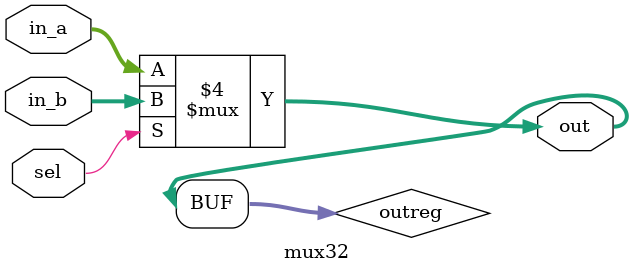
<source format=v>

`timescale 1ns/100ps

module mux32 (in_a, in_b, sel, out);

  /*
   *  32-BIT MULTIPLEXER - mux32.v
   *
   *  Inputs:
   *   - in_a = output alu_result from alu (32 bits): First input to multiplexer. Selected when sel = 0.
   *   - in_b = 0 (32 bits): Second input. Selected when sel = 1.
   *   - sel = output wb_sel from ctrl: Selects which input propagates to output.
   *
   *  Outputs:
   *   - out = input write_data of rf (32 bits): Multiplexer output.
   *
   */

  input  [31:0] in_a;
  input  [31:0] in_b;
  input         sel;
  output [31:0] out;

  reg   [31:0] outreg;
   
  always @ (in_a, in_b, sel)
  begin
    if (sel == 1'b0)
      outreg = in_a;
    else
      outreg = in_b;
  end

  assign out = outreg;

endmodule

</source>
